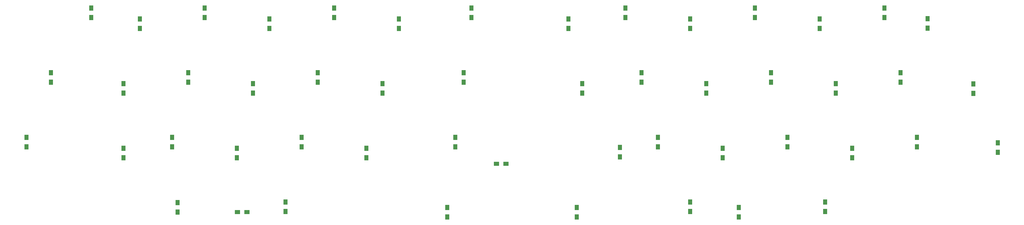
<source format=gbr>
%TF.GenerationSoftware,KiCad,Pcbnew,(7.0.0)*%
%TF.CreationDate,2023-03-10T13:35:49+01:00*%
%TF.ProjectId,NEC,4e45432e-6b69-4636-9164-5f7063625858,rev?*%
%TF.SameCoordinates,Original*%
%TF.FileFunction,Paste,Bot*%
%TF.FilePolarity,Positive*%
%FSLAX46Y46*%
G04 Gerber Fmt 4.6, Leading zero omitted, Abs format (unit mm)*
G04 Created by KiCad (PCBNEW (7.0.0)) date 2023-03-10 13:35:49*
%MOMM*%
%LPD*%
G01*
G04 APERTURE LIST*
%ADD10R,1.200000X1.600000*%
%ADD11R,1.600000X1.200000*%
G04 APERTURE END LIST*
D10*
%TO.C,D17*%
X68262499Y-53787499D03*
X68262499Y-50987499D03*
%TD*%
%TO.C,D50*%
X230187499Y-93474999D03*
X230187499Y-90674999D03*
%TD*%
%TO.C,D48*%
X182562499Y-93474999D03*
X182562499Y-90674999D03*
%TD*%
%TO.C,D46*%
X96837499Y-91887499D03*
X96837499Y-89087499D03*
%TD*%
%TO.C,D40*%
X244474999Y-72837499D03*
X244474999Y-70037499D03*
%TD*%
%TO.C,D11*%
X234949999Y-34737499D03*
X234949999Y-31937499D03*
%TD*%
%TO.C,D31*%
X63499999Y-72837499D03*
X63499999Y-70037499D03*
%TD*%
%TO.C,D41*%
X263524999Y-76012499D03*
X263524999Y-73212499D03*
%TD*%
D11*
%TO.C,D45*%
X85537499Y-92074999D03*
X82737499Y-92074999D03*
%TD*%
D10*
%TO.C,D51*%
X255587499Y-91887499D03*
X255587499Y-89087499D03*
%TD*%
%TO.C,D35*%
X146811999Y-72837499D03*
X146811999Y-70037499D03*
%TD*%
%TO.C,D14*%
X285749999Y-37848999D03*
X285749999Y-35048999D03*
%TD*%
%TO.C,D20*%
X125412499Y-56962499D03*
X125412499Y-54162499D03*
%TD*%
%TO.C,D6*%
X130174999Y-37912499D03*
X130174999Y-35112499D03*
%TD*%
%TO.C,D13*%
X273049999Y-34737499D03*
X273049999Y-31937499D03*
%TD*%
%TO.C,D42*%
X282574999Y-72837499D03*
X282574999Y-70037499D03*
%TD*%
%TO.C,D25*%
X239712499Y-53787499D03*
X239712499Y-50987499D03*
%TD*%
%TO.C,D33*%
X101599999Y-72837499D03*
X101599999Y-70037499D03*
%TD*%
%TO.C,D28*%
X299211999Y-57089499D03*
X299211999Y-54289499D03*
%TD*%
%TO.C,D10*%
X215899999Y-37912499D03*
X215899999Y-35112499D03*
%TD*%
%TO.C,D43*%
X306387499Y-74424999D03*
X306387499Y-71624999D03*
%TD*%
%TO.C,D19*%
X106362499Y-53787499D03*
X106362499Y-50987499D03*
%TD*%
%TO.C,D18*%
X87312499Y-56962499D03*
X87312499Y-54162499D03*
%TD*%
%TO.C,D47*%
X144462499Y-93474999D03*
X144462499Y-90674999D03*
%TD*%
%TO.C,D26*%
X258762499Y-56962499D03*
X258762499Y-54162499D03*
%TD*%
%TO.C,D4*%
X92074999Y-37912499D03*
X92074999Y-35112499D03*
%TD*%
D11*
%TO.C,D36*%
X158937499Y-77787499D03*
X161737499Y-77787499D03*
%TD*%
D10*
%TO.C,D3*%
X73024999Y-34737499D03*
X73024999Y-31937499D03*
%TD*%
%TO.C,D37*%
X195262499Y-75824999D03*
X195262499Y-73024999D03*
%TD*%
%TO.C,D23*%
X201612499Y-53787499D03*
X201612499Y-50987499D03*
%TD*%
%TO.C,D9*%
X196849999Y-34737499D03*
X196849999Y-31937499D03*
%TD*%
%TO.C,D2*%
X53974999Y-37912499D03*
X53974999Y-35112499D03*
%TD*%
%TO.C,D12*%
X253999999Y-37912499D03*
X253999999Y-35112499D03*
%TD*%
%TO.C,D30*%
X49212499Y-76012499D03*
X49212499Y-73212499D03*
%TD*%
%TO.C,D39*%
X225424999Y-76012499D03*
X225424999Y-73212499D03*
%TD*%
%TO.C,D34*%
X120649999Y-76012499D03*
X120649999Y-73212499D03*
%TD*%
%TO.C,D7*%
X151510999Y-34737499D03*
X151510999Y-31937499D03*
%TD*%
%TO.C,D24*%
X220662499Y-56962499D03*
X220662499Y-54162499D03*
%TD*%
%TO.C,D27*%
X277812499Y-53787499D03*
X277812499Y-50987499D03*
%TD*%
%TO.C,D49*%
X215899999Y-91887499D03*
X215899999Y-89087499D03*
%TD*%
%TO.C,D22*%
X184149999Y-56962499D03*
X184149999Y-54162499D03*
%TD*%
%TO.C,D8*%
X180085999Y-37912499D03*
X180085999Y-35112499D03*
%TD*%
%TO.C,D44*%
X65087499Y-92074999D03*
X65087499Y-89274999D03*
%TD*%
%TO.C,D15*%
X27812999Y-53787499D03*
X27812999Y-50987499D03*
%TD*%
%TO.C,D16*%
X49212499Y-56962499D03*
X49212499Y-54162499D03*
%TD*%
%TO.C,D21*%
X149224999Y-53787499D03*
X149224999Y-50987499D03*
%TD*%
%TO.C,D32*%
X82549999Y-76012499D03*
X82549999Y-73212499D03*
%TD*%
%TO.C,D5*%
X111124999Y-34737499D03*
X111124999Y-31937499D03*
%TD*%
%TO.C,D1*%
X39687499Y-34737499D03*
X39687499Y-31937499D03*
%TD*%
%TO.C,D38*%
X206374999Y-72837499D03*
X206374999Y-70037499D03*
%TD*%
%TO.C,D29*%
X20637499Y-72837499D03*
X20637499Y-70037499D03*
%TD*%
M02*

</source>
